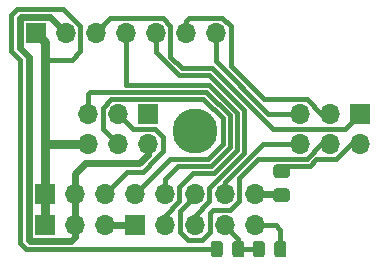
<source format=gbr>
G04 #@! TF.GenerationSoftware,KiCad,Pcbnew,(5.1.7)-1*
G04 #@! TF.CreationDate,2020-11-01T01:37:02-06:00*
G04 #@! TF.ProjectId,MainBoardSplit,4d61696e-426f-4617-9264-53706c69742e,rev?*
G04 #@! TF.SameCoordinates,PX82144b0PY4c0fae0*
G04 #@! TF.FileFunction,Copper,L1,Top*
G04 #@! TF.FilePolarity,Positive*
%FSLAX46Y46*%
G04 Gerber Fmt 4.6, Leading zero omitted, Abs format (unit mm)*
G04 Created by KiCad (PCBNEW (5.1.7)-1) date 2020-11-01 01:37:02*
%MOMM*%
%LPD*%
G01*
G04 APERTURE LIST*
G04 #@! TA.AperFunction,ComponentPad*
%ADD10O,1.700000X1.700000*%
G04 #@! TD*
G04 #@! TA.AperFunction,ComponentPad*
%ADD11R,1.700000X1.700000*%
G04 #@! TD*
G04 #@! TA.AperFunction,ComponentPad*
%ADD12C,3.800000*%
G04 #@! TD*
G04 #@! TA.AperFunction,Conductor*
%ADD13C,0.400000*%
G04 #@! TD*
G04 #@! TA.AperFunction,Conductor*
%ADD14C,0.800000*%
G04 #@! TD*
G04 #@! TA.AperFunction,Conductor*
%ADD15C,0.600000*%
G04 #@! TD*
G04 APERTURE END LIST*
D10*
X8890000Y3556000D03*
X6350000Y3556000D03*
D11*
X3810000Y3556000D03*
D10*
X21590000Y6223000D03*
X19050000Y6223000D03*
X16510000Y6223000D03*
X13970000Y6223000D03*
X11430000Y6223000D03*
X8890000Y6223000D03*
X6350000Y6223000D03*
D11*
X3810000Y6223000D03*
G04 #@! TA.AperFunction,SMDPad,CuDef*
G36*
G01*
X23260000Y1073998D02*
X23260000Y1974002D01*
G75*
G02*
X23509998Y2224000I249998J0D01*
G01*
X24035002Y2224000D01*
G75*
G02*
X24285000Y1974002I0J-249998D01*
G01*
X24285000Y1073998D01*
G75*
G02*
X24035002Y824000I-249998J0D01*
G01*
X23509998Y824000D01*
G75*
G02*
X23260000Y1073998I0J249998D01*
G01*
G37*
G04 #@! TD.AperFunction*
G04 #@! TA.AperFunction,SMDPad,CuDef*
G36*
G01*
X21435000Y1073998D02*
X21435000Y1974002D01*
G75*
G02*
X21684998Y2224000I249998J0D01*
G01*
X22210002Y2224000D01*
G75*
G02*
X22460000Y1974002I0J-249998D01*
G01*
X22460000Y1073998D01*
G75*
G02*
X22210002Y824000I-249998J0D01*
G01*
X21684998Y824000D01*
G75*
G02*
X21435000Y1073998I0J249998D01*
G01*
G37*
G04 #@! TD.AperFunction*
D10*
X21590000Y3556000D03*
X19050000Y3556000D03*
X16510000Y3556000D03*
X13970000Y3556000D03*
D11*
X11430000Y3556000D03*
D10*
X18288000Y19812000D03*
X15748000Y19812000D03*
X13208000Y19812000D03*
X10668000Y19812000D03*
X8128000Y19812000D03*
X5588000Y19812000D03*
D11*
X3048000Y19812000D03*
G04 #@! TA.AperFunction,SMDPad,CuDef*
G36*
G01*
X18904000Y1974002D02*
X18904000Y1073998D01*
G75*
G02*
X18654002Y824000I-249998J0D01*
G01*
X18128998Y824000D01*
G75*
G02*
X17879000Y1073998I0J249998D01*
G01*
X17879000Y1974002D01*
G75*
G02*
X18128998Y2224000I249998J0D01*
G01*
X18654002Y2224000D01*
G75*
G02*
X18904000Y1974002I0J-249998D01*
G01*
G37*
G04 #@! TD.AperFunction*
G04 #@! TA.AperFunction,SMDPad,CuDef*
G36*
G01*
X20729000Y1974002D02*
X20729000Y1073998D01*
G75*
G02*
X20479002Y824000I-249998J0D01*
G01*
X19953998Y824000D01*
G75*
G02*
X19704000Y1073998I0J249998D01*
G01*
X19704000Y1974002D01*
G75*
G02*
X19953998Y2224000I249998J0D01*
G01*
X20479002Y2224000D01*
G75*
G02*
X20729000Y1974002I0J-249998D01*
G01*
G37*
G04 #@! TD.AperFunction*
D10*
X25400000Y10414000D03*
X25400000Y12954000D03*
X27940000Y10414000D03*
X27940000Y12954000D03*
X30480000Y10414000D03*
D11*
X30480000Y12954000D03*
X12573000Y12954000D03*
D10*
X12573000Y10414000D03*
X10033000Y12954000D03*
X10033000Y10414000D03*
X7493000Y12954000D03*
X7493000Y10414000D03*
G04 #@! TA.AperFunction,SMDPad,CuDef*
G36*
G01*
X24326001Y5512000D02*
X23425999Y5512000D01*
G75*
G02*
X23176000Y5761999I0J249999D01*
G01*
X23176000Y6412001D01*
G75*
G02*
X23425999Y6662000I249999J0D01*
G01*
X24326001Y6662000D01*
G75*
G02*
X24576000Y6412001I0J-249999D01*
G01*
X24576000Y5761999D01*
G75*
G02*
X24326001Y5512000I-249999J0D01*
G01*
G37*
G04 #@! TD.AperFunction*
G04 #@! TA.AperFunction,SMDPad,CuDef*
G36*
G01*
X24326001Y7562000D02*
X23425999Y7562000D01*
G75*
G02*
X23176000Y7811999I0J249999D01*
G01*
X23176000Y8462001D01*
G75*
G02*
X23425999Y8712000I249999J0D01*
G01*
X24326001Y8712000D01*
G75*
G02*
X24576000Y8462001I0J-249999D01*
G01*
X24576000Y7811999D01*
G75*
G02*
X24326001Y7562000I-249999J0D01*
G01*
G37*
G04 #@! TD.AperFunction*
D12*
X16573500Y11493500D03*
D13*
X16403008Y7966010D02*
X15220001Y6783003D01*
X18147096Y7966010D02*
X16403008Y7966010D01*
X20073519Y9892433D02*
X18147096Y7966010D01*
X20073520Y13094564D02*
X20073519Y9892433D01*
X17744067Y15424019D02*
X20073520Y13094564D01*
X10737980Y15424020D02*
X17744067Y15424019D01*
X10668000Y15494000D02*
X10737980Y15424020D01*
X10668000Y19812000D02*
X10668000Y15494000D01*
X13970000Y3714544D02*
X13970000Y3556000D01*
X13970000Y4372998D02*
X13970000Y3556000D01*
X15220001Y5622999D02*
X13970000Y4372998D01*
X15220001Y6783003D02*
X15220001Y5622999D01*
X20673529Y13343096D02*
X17760625Y16256000D01*
X15153457Y16256001D02*
X13208000Y18201458D01*
X20673528Y9643902D02*
X20673529Y13343096D01*
X17760001Y6730375D02*
X20673528Y9643902D01*
X17760001Y5622999D02*
X17760001Y6730375D01*
X13208000Y18201458D02*
X13208000Y19812000D01*
X17760625Y16256000D02*
X15153457Y16256001D01*
X16510000Y4372998D02*
X17760001Y5622999D01*
X16510000Y3556000D02*
X16510000Y4372998D01*
D14*
X3425999Y6607001D02*
X3810000Y6223000D01*
X3810000Y6223000D02*
X3810000Y6096000D01*
D13*
X30480000Y12954000D02*
X30099000Y12954000D01*
X8782999Y6330001D02*
X8890000Y6223000D01*
D15*
X21708000Y6341000D02*
X21590000Y6223000D01*
D14*
X5588000Y19571998D02*
X5588000Y19812000D01*
D13*
X8743001Y11703999D02*
X10033000Y10414000D01*
X8743001Y13514003D02*
X8743001Y11703999D01*
X9452998Y14224000D02*
X8743001Y13514003D01*
D14*
X7221773Y10414000D02*
X7493000Y10414000D01*
X3810000Y6223000D02*
X3810000Y3556000D01*
X3810000Y19050000D02*
X3048000Y19812000D01*
X4064000Y10414000D02*
X3810000Y10160000D01*
X7493000Y10414000D02*
X4064000Y10414000D01*
X3810000Y6223000D02*
X3810000Y10160000D01*
X3810000Y10160000D02*
X3810000Y16764000D01*
X3810000Y17526000D02*
X3810000Y19050000D01*
X3810000Y16764000D02*
X3810000Y17526000D01*
D13*
X15748000Y1524000D02*
X18391500Y1524000D01*
X1759989Y17510047D02*
X1759989Y2016046D01*
X997989Y18272046D02*
X1759989Y17510047D01*
X1759989Y2016046D02*
X2270046Y1505989D01*
X997989Y21351954D02*
X997989Y18272046D01*
X1508046Y21862011D02*
X997989Y21351954D01*
X15729989Y1505989D02*
X15748000Y1524000D01*
X5387991Y21862011D02*
X1508046Y21862011D01*
X6838001Y20412001D02*
X5387991Y21862011D01*
X6838001Y18268001D02*
X6838001Y20412001D01*
X2270046Y1505989D02*
X15729989Y1505989D01*
X6096000Y17526000D02*
X6838001Y18268001D01*
X3810000Y17526000D02*
X6096000Y17526000D01*
D15*
X12573000Y10414000D02*
X12091037Y10414000D01*
X12573000Y10414000D02*
X12573000Y9525000D01*
X11838000Y8790000D02*
X7266000Y8790000D01*
X12573000Y9525000D02*
X11838000Y8790000D01*
X6350000Y7874000D02*
X6350000Y6223000D01*
X7266000Y8790000D02*
X6350000Y7874000D01*
X6350000Y6223000D02*
X6350000Y3556000D01*
X4237999Y21162001D02*
X5588000Y19812000D01*
X1797999Y21162001D02*
X4237999Y21162001D01*
X1697999Y21062001D02*
X1797999Y21162001D01*
X2459999Y17799999D02*
X1697999Y18561999D01*
X2459999Y2305999D02*
X2459999Y17799999D01*
X2559999Y2205999D02*
X2459999Y2305999D01*
X6015999Y2205999D02*
X2559999Y2205999D01*
X6350000Y2540000D02*
X6015999Y2205999D01*
X1697999Y18561999D02*
X1697999Y21062001D01*
X6350000Y3556000D02*
X6350000Y2540000D01*
D13*
X25146000Y10160000D02*
X25400000Y10414000D01*
X19050000Y7171832D02*
X19050000Y6223000D01*
X22292166Y10414000D02*
X19050000Y7171832D01*
X25400000Y10414000D02*
X22292166Y10414000D01*
X16510000Y6223000D02*
X16510000Y6328915D01*
X16510000Y6064456D02*
X16510000Y6223000D01*
X15240000Y4794456D02*
X16510000Y6064456D01*
X18034000Y4826000D02*
X17780000Y4572000D01*
X27250002Y10414000D02*
X26000001Y9163999D01*
X21890707Y9163999D02*
X20300001Y7573293D01*
X20300001Y7573293D02*
X20300001Y5622999D01*
X20300001Y5622999D02*
X19503002Y4826000D01*
X26000001Y9163999D02*
X21890707Y9163999D01*
X19503002Y4826000D02*
X18034000Y4826000D01*
X17780000Y4572000D02*
X17780000Y2975998D01*
X17780000Y2975998D02*
X17110001Y2305999D01*
X15909999Y2305999D02*
X15240000Y2975998D01*
X17110001Y2305999D02*
X15909999Y2305999D01*
X27940000Y10414000D02*
X27250002Y10414000D01*
X15240000Y2975998D02*
X15240000Y4794456D01*
X30480000Y12954000D02*
X30480000Y13462000D01*
X9378001Y21062001D02*
X8128000Y19812000D01*
X14458001Y20412001D02*
X13808001Y21062001D01*
X15401990Y16856010D02*
X14458001Y17799999D01*
X18009157Y16856010D02*
X15401990Y16856010D01*
X23161168Y11703999D02*
X18009157Y16856010D01*
X14458001Y17799999D02*
X14458001Y20412001D01*
X29229999Y11703999D02*
X23161168Y11703999D01*
X13808001Y21062001D02*
X9378001Y21062001D01*
X30480000Y12954000D02*
X29229999Y11703999D01*
X11283001Y11703999D02*
X10033000Y12954000D01*
X8890000Y6223000D02*
X10756990Y8089990D01*
X13823001Y11014001D02*
X13823001Y9813999D01*
X13133003Y11703999D02*
X13823001Y11014001D01*
X11283001Y11703999D02*
X13133003Y11703999D01*
X12127953Y8089990D02*
X11137990Y8089990D01*
X13273010Y9235047D02*
X12127953Y8089990D01*
X13273010Y9264008D02*
X13273010Y9235047D01*
X13823001Y9813999D02*
X13273010Y9264008D01*
X10756990Y8089990D02*
X11137990Y8089990D01*
X11430000Y6223000D02*
X14400499Y9193499D01*
X17677501Y9193499D02*
X18873501Y10389499D01*
X18873501Y10389499D02*
X18873501Y12597501D01*
X18873501Y12597501D02*
X17247002Y14224000D01*
X17247002Y14224000D02*
X9452998Y14224000D01*
X14400499Y9193499D02*
X17677501Y9193499D01*
X13970000Y7425081D02*
X13970000Y6223000D01*
X15138408Y8593489D02*
X13970000Y7425081D01*
X17926033Y8593489D02*
X15138408Y8593489D01*
X19473510Y10140966D02*
X17926033Y8593489D01*
X19473511Y12846033D02*
X19473510Y10140966D01*
X17495534Y14824010D02*
X19473511Y12846033D01*
X7695052Y14824010D02*
X17495534Y14824010D01*
X7493000Y14621958D02*
X7695052Y14824010D01*
X7493000Y12954000D02*
X7493000Y14621958D01*
X18288000Y19812000D02*
X18288000Y17425709D01*
X22759709Y12954000D02*
X25400000Y12954000D01*
X18288000Y17425709D02*
X22759709Y12954000D01*
D15*
X23740000Y6223000D02*
X23876000Y6087000D01*
X21590000Y6223000D02*
X23740000Y6223000D01*
D13*
X16002000Y21082000D02*
X15748000Y20828000D01*
X19558000Y20392002D02*
X18868002Y21082000D01*
X18868002Y21082000D02*
X16002000Y21082000D01*
X19558000Y17004251D02*
X19558000Y20392002D01*
X15748000Y20828000D02*
X15748000Y19812000D01*
X22358250Y14204001D02*
X19558000Y17004251D01*
X26000001Y14204001D02*
X22358250Y14204001D01*
X27250002Y12954000D02*
X26000001Y14204001D01*
X27940000Y12954000D02*
X27250002Y12954000D01*
X24302989Y8563989D02*
X23876000Y8137000D01*
X26248533Y8563989D02*
X24302989Y8563989D01*
X28520002Y9144000D02*
X26828544Y9144000D01*
X26828544Y9144000D02*
X26248533Y8563989D01*
X29790002Y10414000D02*
X28520002Y9144000D01*
X30480000Y10414000D02*
X29790002Y10414000D01*
X21590000Y3556000D02*
X23368000Y3556000D01*
X23772500Y3151500D02*
X23772500Y1524000D01*
X23368000Y3556000D02*
X23772500Y3151500D01*
D15*
X8890000Y3556000D02*
X11430000Y3556000D01*
D13*
X21947500Y1524000D02*
X20216500Y1524000D01*
X20216500Y2389500D02*
X20216500Y1524000D01*
X19050000Y3556000D02*
X20216500Y2389500D01*
M02*

</source>
